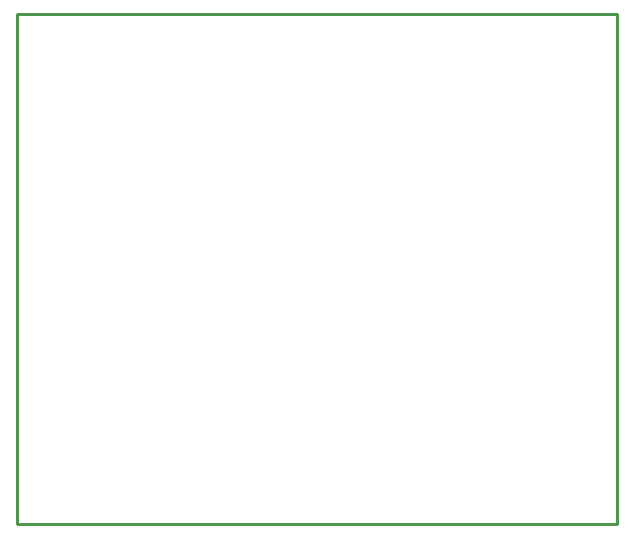
<source format=gbr>
%TF.GenerationSoftware,Altium Limited,Altium Designer,19.1.7 (138)*%
G04 Layer_Color=16711935*
%FSLAX45Y45*%
%MOMM*%
%TF.FileFunction,Other,Mechanical_1*%
%TF.Part,Single*%
G01*
G75*
%TA.AperFunction,NonConductor*%
%ADD47C,0.25400*%
D47*
X3302000Y3302000D02*
Y7620000D01*
X8382000D01*
Y3302000D02*
Y7620000D01*
X3302000Y3302000D02*
X8382000D01*
%TF.MD5,3fc427d0ce57b8f7a274dadabb24b3de*%
M02*

</source>
